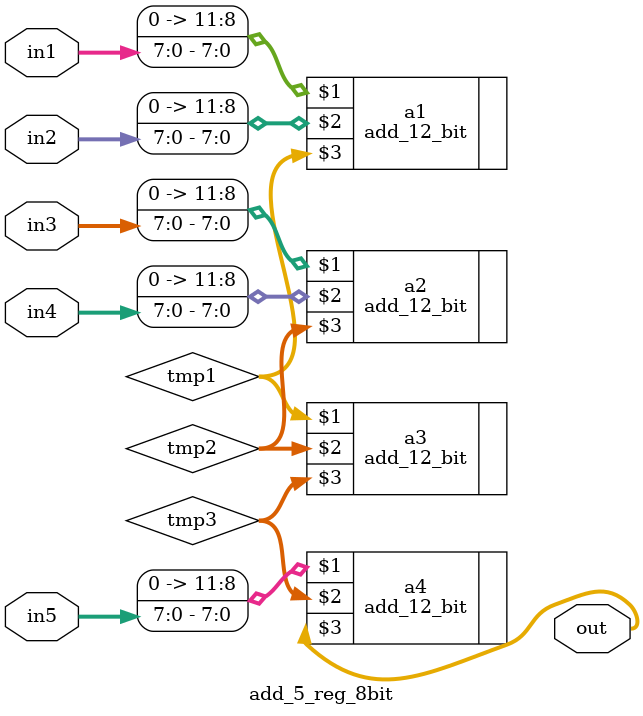
<source format=v>
module add_5_reg_8bit(
  input [7:0] in1, in2, in3, in4, in5,
  output [11:0] out
  );
  wire [11:0] tmp1, tmp2, tmp3, tmp4;
  //assign out = in1 + in2 + in3 + in4 + in5;
  
  add_12_bit a1({4'b0, in1}, {4'b0, in2}, tmp1);
  add_12_bit a2({4'b0, in3}, {4'b0, in4}, tmp2);
  add_12_bit a3(tmp1, tmp2, tmp3);
  add_12_bit a4({4'b0, in5}, tmp3, out);
  
endmodule

</source>
